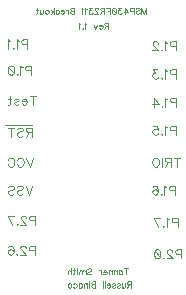
<source format=gbo>
G04 DipTrace 3.1.0.1*
G04 MSP430FR2311Breakout.gbo*
%MOIN*%
G04 #@! TF.FileFunction,Legend,Bot*
G04 #@! TF.Part,Single*
%ADD33C,0.003088*%
%ADD34C,0.004632*%
%FSLAX26Y26*%
G04*
G70*
G90*
G75*
G01*
G04 BotSilk*
%LPD*%
X956074Y520769D2*
D33*
Y500673D1*
X962772Y520769D2*
X949375D1*
X931725Y514070D2*
Y500673D1*
Y511196D2*
X933626Y513120D1*
X935550Y514070D1*
X938402D1*
X940325Y513120D1*
X942226Y511196D1*
X943199Y508322D1*
Y506421D1*
X942226Y503547D1*
X940325Y501646D1*
X938402Y500673D1*
X935550D1*
X933626Y501646D1*
X931725Y503547D1*
X925550Y514070D2*
Y500673D1*
Y510246D2*
X922675Y513120D1*
X920752Y514070D1*
X917900D1*
X915977Y513120D1*
X915026Y510246D1*
Y500673D1*
X908850Y514070D2*
Y500673D1*
Y510246D2*
X905976Y513120D1*
X904053Y514070D1*
X901201D1*
X899278Y513120D1*
X898327Y510246D1*
Y500673D1*
X892151Y508322D2*
X880678D1*
Y510246D1*
X881628Y512169D1*
X882579Y513120D1*
X884502Y514070D1*
X887376D1*
X889277Y513120D1*
X891201Y511196D1*
X892151Y508322D1*
Y506421D1*
X891201Y503547D1*
X889277Y501646D1*
X887376Y500673D1*
X884502D1*
X882579Y501646D1*
X880678Y503547D1*
X874502Y514070D2*
Y500673D1*
Y508322D2*
X873529Y511196D1*
X871628Y513120D1*
X869704Y514070D1*
X866830D1*
X827817Y517895D2*
X829718Y519818D1*
X832592Y520769D1*
X836417D1*
X839291Y519818D1*
X841214Y517895D1*
Y515994D1*
X840242Y514070D1*
X839291Y513120D1*
X837390Y512169D1*
X831642Y510246D1*
X829718Y509295D1*
X828768Y508322D1*
X827817Y506421D1*
Y503547D1*
X829718Y501646D1*
X832592Y500673D1*
X836417D1*
X839291Y501646D1*
X841214Y503547D1*
X821641Y514070D2*
Y500673D1*
Y510246D2*
X818767Y513120D1*
X816844Y514070D1*
X813992D1*
X812069Y513120D1*
X811118Y510246D1*
Y500673D1*
Y510246D2*
X808244Y513120D1*
X806321Y514070D1*
X803469D1*
X801545Y513120D1*
X800573Y510246D1*
Y500673D1*
X794397Y520769D2*
X793446Y519818D1*
X792473Y520769D1*
X793446Y521742D1*
X794397Y520769D1*
X793446Y514070D2*
Y500673D1*
X783424Y520769D2*
Y504498D1*
X782473Y501646D1*
X780550Y500673D1*
X778648D1*
X786298Y514070D2*
X779599D1*
X772473Y520769D2*
Y500673D1*
Y510246D2*
X769599Y513120D1*
X767675Y514070D1*
X764801D1*
X762900Y513120D1*
X761949Y510246D1*
Y500673D1*
X1007819Y1369332D2*
Y1389428D1*
X1015469Y1369332D1*
X1023118Y1389428D1*
Y1369332D1*
X988246Y1386554D2*
X990148Y1388477D1*
X993022Y1389428D1*
X996846D1*
X999720Y1388477D1*
X1001644Y1386554D1*
Y1384653D1*
X1000671Y1382729D1*
X999720Y1381779D1*
X997819Y1380828D1*
X992071Y1378904D1*
X990148Y1377954D1*
X989197Y1376981D1*
X988246Y1375080D1*
Y1372206D1*
X990148Y1370305D1*
X993022Y1369332D1*
X996846D1*
X999720Y1370305D1*
X1001644Y1372206D1*
X982071Y1378904D2*
X973449D1*
X970597Y1379855D1*
X969624Y1380828D1*
X968673Y1382729D1*
Y1385603D1*
X969624Y1387504D1*
X970597Y1388477D1*
X973449Y1389428D1*
X982071D1*
Y1369332D1*
X952925D2*
Y1389406D1*
X962498Y1376030D1*
X948150D1*
X940051Y1389406D2*
X929549D1*
X935275Y1381756D1*
X932401D1*
X930500Y1380806D1*
X929549Y1379855D1*
X928577Y1376981D1*
Y1375080D1*
X929549Y1372206D1*
X931451Y1370282D1*
X934325Y1369332D1*
X937199D1*
X940051Y1370282D1*
X941001Y1371255D1*
X941974Y1373156D1*
X916653Y1389406D2*
X919527Y1388455D1*
X921450Y1385581D1*
X922401Y1380806D1*
Y1377932D1*
X921450Y1373156D1*
X919527Y1370282D1*
X916653Y1369332D1*
X914752D1*
X911878Y1370282D1*
X909976Y1373156D1*
X909004Y1377932D1*
Y1380806D1*
X909976Y1385581D1*
X911878Y1388455D1*
X914752Y1389406D1*
X916653D1*
X909976Y1385581D2*
X921450Y1373156D1*
X890381Y1389428D2*
X902828D1*
Y1369332D1*
Y1379855D2*
X895179D1*
X884205D2*
X875606D1*
X872731Y1380828D1*
X871759Y1381779D1*
X870808Y1383680D1*
Y1385603D1*
X871759Y1387504D1*
X872731Y1388477D1*
X875606Y1389428D1*
X884205D1*
Y1369332D1*
X877507Y1379855D2*
X870808Y1369332D1*
X863660Y1384630D2*
Y1385581D1*
X862709Y1387504D1*
X861758Y1388455D1*
X859835Y1389406D1*
X856010D1*
X854109Y1388455D1*
X853158Y1387504D1*
X852186Y1385581D1*
Y1383680D1*
X853158Y1381756D1*
X855060Y1378904D1*
X864632Y1369332D1*
X851235D1*
X843136Y1389406D2*
X832635D1*
X838361Y1381756D1*
X835487D1*
X833585Y1380806D1*
X832635Y1379855D1*
X831662Y1376981D1*
Y1375080D1*
X832635Y1372206D1*
X834536Y1370282D1*
X837410Y1369332D1*
X840284D1*
X843136Y1370282D1*
X844087Y1371255D1*
X845059Y1373156D1*
X825486Y1385581D2*
X823563Y1386554D1*
X820689Y1389406D1*
Y1369332D1*
X814513Y1385581D2*
X812590Y1386554D1*
X809716Y1389406D1*
Y1369332D1*
X784100Y1389428D2*
Y1369332D1*
X775478D1*
X772604Y1370305D1*
X771653Y1371255D1*
X770702Y1373156D1*
Y1376030D1*
X771653Y1377954D1*
X772604Y1378904D1*
X775478Y1379855D1*
X772604Y1380828D1*
X771653Y1381779D1*
X770702Y1383680D1*
Y1385603D1*
X771653Y1387504D1*
X772604Y1388477D1*
X775478Y1389428D1*
X784100D1*
Y1379855D2*
X775478D1*
X764527Y1382729D2*
Y1369332D1*
Y1376981D2*
X763554Y1379855D1*
X761653Y1381779D1*
X759729Y1382729D1*
X756855D1*
X750680Y1376981D2*
X739206D1*
Y1378904D1*
X740156Y1380828D1*
X741107Y1381779D1*
X743030Y1382729D1*
X745904D1*
X747806Y1381779D1*
X749729Y1379855D1*
X750680Y1376981D1*
Y1375080D1*
X749729Y1372206D1*
X747806Y1370305D1*
X745904Y1369332D1*
X743030D1*
X741107Y1370305D1*
X739206Y1372206D1*
X721556Y1382729D2*
Y1369332D1*
Y1379855D2*
X723457Y1381779D1*
X725381Y1382729D1*
X728233D1*
X730156Y1381779D1*
X732057Y1379855D1*
X733030Y1376981D1*
Y1375080D1*
X732057Y1372206D1*
X730156Y1370305D1*
X728233Y1369332D1*
X725381D1*
X723457Y1370305D1*
X721556Y1372206D1*
X715380Y1389428D2*
Y1369332D1*
X705808Y1382729D2*
X715380Y1373156D1*
X711556Y1376981D2*
X704857Y1369332D1*
X693906Y1382729D2*
X695807Y1381779D1*
X697731Y1379855D1*
X698681Y1376981D1*
Y1375080D1*
X697731Y1372206D1*
X695807Y1370305D1*
X693906Y1369332D1*
X691032D1*
X689109Y1370305D1*
X687207Y1372206D1*
X686235Y1375080D1*
Y1376981D1*
X687207Y1379855D1*
X689109Y1381779D1*
X691032Y1382729D1*
X693906D1*
X680059D2*
Y1373156D1*
X679108Y1370305D1*
X677185Y1369332D1*
X674311D1*
X672410Y1370305D1*
X669536Y1373156D1*
Y1382729D2*
Y1369332D1*
X660486Y1389428D2*
Y1373156D1*
X659535Y1370305D1*
X657612Y1369332D1*
X655711D1*
X663360Y1382729D2*
X656661D1*
X897628Y1329860D2*
X889028D1*
X886154Y1330833D1*
X885181Y1331784D1*
X884230Y1333685D1*
Y1335608D1*
X885181Y1337510D1*
X886154Y1338482D1*
X889028Y1339433D1*
X897628D1*
Y1319337D1*
X890929Y1329860D2*
X884230Y1319337D1*
X878055Y1326986D2*
X866581D1*
Y1328910D1*
X867531Y1330833D1*
X868482Y1331784D1*
X870405Y1332734D1*
X873279D1*
X875181Y1331784D1*
X877104Y1329860D1*
X878055Y1326986D1*
Y1325085D1*
X877104Y1322211D1*
X875181Y1320310D1*
X873279Y1319337D1*
X870405D1*
X868482Y1320310D1*
X866581Y1322211D1*
X860405Y1332734D2*
X854657Y1319337D1*
X848931Y1332734D1*
X823315Y1335586D2*
X821392Y1336559D1*
X818518Y1339411D1*
Y1319337D1*
X811391Y1321260D2*
X812342Y1320288D1*
X811391Y1319337D1*
X810419Y1320288D1*
X811391Y1321260D1*
X804243Y1335586D2*
X802320Y1336559D1*
X799445Y1339411D1*
Y1319337D1*
X627906Y1267945D2*
D34*
X614973D1*
X610695Y1269371D1*
X609236Y1270830D1*
X607810Y1273682D1*
Y1277993D1*
X609236Y1280845D1*
X610695Y1282304D1*
X614973Y1283730D1*
X627906D1*
Y1253586D1*
X598547Y1277960D2*
X595662Y1279419D1*
X591351Y1283697D1*
Y1253586D1*
X580661Y1256471D2*
X582087Y1255012D1*
X580661Y1253586D1*
X579202Y1255012D1*
X580661Y1256471D1*
X569938Y1277960D2*
X567053Y1279419D1*
X562742Y1283697D1*
Y1253586D1*
X640806Y1180455D2*
X627873D1*
X623595Y1181880D1*
X622136Y1183340D1*
X620710Y1186191D1*
Y1190503D1*
X622136Y1193354D1*
X623595Y1194814D1*
X627873Y1196239D1*
X640806D1*
Y1166095D1*
X611447Y1190469D2*
X608562Y1191928D1*
X604251Y1196206D1*
Y1166095D1*
X593561Y1168981D2*
X594987Y1167521D1*
X593561Y1166095D1*
X592102Y1167521D1*
X593561Y1168981D1*
X574216Y1196206D2*
X578527Y1194780D1*
X581412Y1190469D1*
X582838Y1183306D1*
Y1178995D1*
X581412Y1171832D1*
X578527Y1167521D1*
X574216Y1166095D1*
X571364D1*
X567053Y1167521D1*
X564202Y1171832D1*
X562742Y1178995D1*
Y1183306D1*
X564202Y1190469D1*
X567053Y1194780D1*
X571364Y1196206D1*
X574216D1*
X564202Y1190469D2*
X581412Y1171832D1*
X645051Y1096250D2*
Y1066106D1*
X655099Y1096250D2*
X635003D1*
X625739Y1077580D2*
X608528D1*
Y1080465D1*
X609954Y1083350D1*
X611380Y1084776D1*
X614265Y1086202D1*
X618576D1*
X621428Y1084776D1*
X624313Y1081891D1*
X625739Y1077580D1*
Y1074728D1*
X624313Y1070417D1*
X621428Y1067565D1*
X618576Y1066106D1*
X614265D1*
X611380Y1067565D1*
X608528Y1070417D1*
X583480Y1081891D2*
X584906Y1084776D1*
X589217Y1086202D1*
X593528D1*
X597839Y1084776D1*
X599265Y1081891D1*
X597839Y1079039D1*
X594954Y1077580D1*
X587791Y1076154D1*
X584906Y1074728D1*
X583480Y1071843D1*
Y1070417D1*
X584906Y1067565D1*
X589217Y1066106D1*
X593528D1*
X597839Y1067565D1*
X599265Y1070417D1*
X569905Y1096250D2*
Y1071843D1*
X568479Y1067565D1*
X565594Y1066106D1*
X562742D1*
X574216Y1086202D2*
X564168D1*
X641557Y975652D2*
X628658D1*
X624347Y977111D1*
X622887Y978537D1*
X621461Y981389D1*
Y984274D1*
X622887Y987126D1*
X624347Y988585D1*
X628658Y990011D1*
X641557D1*
Y959867D1*
X631509Y975652D2*
X621461Y959867D1*
X592102Y985700D2*
X594954Y988585D1*
X599265Y990011D1*
X605002D1*
X609313Y988585D1*
X612198Y985700D1*
Y982848D1*
X610739Y979963D1*
X609313Y978537D1*
X606461Y977111D1*
X597839Y974226D1*
X594954Y972800D1*
X593528Y971341D1*
X592102Y968489D1*
Y964178D1*
X594954Y961326D1*
X599265Y959867D1*
X605002D1*
X609313Y961326D1*
X612198Y964178D1*
X572790Y990011D2*
Y959867D1*
X582838Y990011D2*
X562742D1*
X641557Y997870D2*
X553479D1*
X647261Y890022D2*
X635787Y859878D1*
X624313Y890022D1*
X593528Y882859D2*
X594954Y885711D1*
X597839Y888596D1*
X600691Y890022D1*
X606428D1*
X609313Y888596D1*
X612165Y885711D1*
X613624Y882859D1*
X615050Y878548D1*
Y871352D1*
X613624Y867074D1*
X612165Y864189D1*
X609313Y861337D1*
X606428Y859878D1*
X600691D1*
X597839Y861337D1*
X594954Y864189D1*
X593528Y867074D1*
X562742Y882859D2*
X564168Y885711D1*
X567053Y888596D1*
X569905Y890022D1*
X575642D1*
X578527Y888596D1*
X581379Y885711D1*
X582838Y882859D1*
X584264Y878548D1*
Y871352D1*
X582838Y867074D1*
X581379Y864189D1*
X578527Y861337D1*
X575642Y859878D1*
X569905D1*
X567053Y861337D1*
X564168Y864189D1*
X562742Y867074D1*
X644409Y796281D2*
X632935Y766137D1*
X621461Y796281D1*
X592102Y791970D2*
X594954Y794856D1*
X599265Y796281D1*
X605002D1*
X609313Y794856D1*
X612198Y791970D1*
Y789119D1*
X610739Y786233D1*
X609313Y784808D1*
X606461Y783382D1*
X597839Y780496D1*
X594954Y779071D1*
X593528Y777611D1*
X592102Y774760D1*
Y770448D1*
X594954Y767597D1*
X599265Y766137D1*
X605002D1*
X609313Y767597D1*
X612198Y770448D1*
X562742Y791970D2*
X565594Y794856D1*
X569905Y796281D1*
X575642D1*
X579953Y794856D1*
X582838Y791970D1*
Y789119D1*
X581379Y786233D1*
X579953Y784808D1*
X577101Y783382D1*
X568479Y780496D1*
X565594Y779071D1*
X564168Y777611D1*
X562742Y774760D1*
Y770448D1*
X565594Y767597D1*
X569905Y766137D1*
X575642D1*
X579953Y767597D1*
X582838Y770448D1*
X653706Y680507D2*
X640773D1*
X636495Y681933D1*
X635036Y683392D1*
X633610Y686244D1*
Y690555D1*
X635036Y693407D1*
X636495Y694866D1*
X640773Y696292D1*
X653706D1*
Y666148D1*
X622887Y689096D2*
Y690522D1*
X621461Y693407D1*
X620036Y694833D1*
X617150Y696259D1*
X611413D1*
X608562Y694833D1*
X607136Y693407D1*
X605677Y690522D1*
Y687670D1*
X607136Y684785D1*
X609988Y680507D1*
X624347Y666148D1*
X604251D1*
X593561Y669033D2*
X594987Y667574D1*
X593561Y666148D1*
X592102Y667574D1*
X593561Y669033D1*
X577101Y666148D2*
X562742Y696259D1*
X582838D1*
X652247Y580517D2*
X639314D1*
X635036Y581943D1*
X633577Y583403D1*
X632151Y586254D1*
Y590565D1*
X633577Y593417D1*
X635036Y594877D1*
X639314Y596302D1*
X652247D1*
Y566158D1*
X621428Y589106D2*
Y590532D1*
X620002Y593417D1*
X618576Y594843D1*
X615691Y596269D1*
X609954D1*
X607102Y594843D1*
X605677Y593417D1*
X604217Y590532D1*
Y587680D1*
X605677Y584795D1*
X608528Y580517D1*
X622887Y566158D1*
X602791D1*
X592102Y569044D2*
X593528Y567584D1*
X592102Y566158D1*
X590643Y567584D1*
X592102Y569044D1*
X564168Y591991D2*
X565594Y594843D1*
X569905Y596269D1*
X572757D1*
X577068Y594843D1*
X579953Y590532D1*
X581379Y583369D1*
Y576206D1*
X579953Y570469D1*
X577068Y567584D1*
X572757Y566158D1*
X571331D1*
X567053Y567584D1*
X564168Y570469D1*
X562742Y574781D1*
Y576206D1*
X564168Y580517D1*
X567053Y583369D1*
X571331Y584795D1*
X572757D1*
X577068Y583369D1*
X579953Y580517D1*
X581379Y576206D1*
X1122006Y1261696D2*
X1109073D1*
X1104795Y1263122D1*
X1103336Y1264581D1*
X1101910Y1267433D1*
Y1271744D1*
X1103336Y1274596D1*
X1104795Y1276055D1*
X1109073Y1277481D1*
X1122006D1*
Y1247337D1*
X1092646Y1271711D2*
X1089761Y1273170D1*
X1085450Y1277448D1*
Y1247337D1*
X1074761Y1250222D2*
X1076186Y1248763D1*
X1074761Y1247337D1*
X1073301Y1248763D1*
X1074761Y1250222D1*
X1062579Y1270285D2*
Y1271711D1*
X1061153Y1274596D1*
X1059727Y1276022D1*
X1056842Y1277448D1*
X1051105D1*
X1048253Y1276022D1*
X1046827Y1274596D1*
X1045368Y1271711D1*
Y1268859D1*
X1046827Y1265974D1*
X1049679Y1261696D1*
X1064038Y1247337D1*
X1043942D1*
X1122006Y1167956D2*
X1109073D1*
X1104795Y1169382D1*
X1103336Y1170841D1*
X1101910Y1173693D1*
Y1178004D1*
X1103336Y1180856D1*
X1104795Y1182315D1*
X1109073Y1183741D1*
X1122006D1*
Y1153597D1*
X1092646Y1177971D2*
X1089761Y1179430D1*
X1085450Y1183708D1*
Y1153597D1*
X1074761Y1156482D2*
X1076186Y1155023D1*
X1074761Y1153597D1*
X1073301Y1155023D1*
X1074761Y1156482D1*
X1061153Y1183708D2*
X1045401D1*
X1053990Y1172234D1*
X1049679D1*
X1046827Y1170808D1*
X1045401Y1169382D1*
X1043942Y1165071D1*
Y1162219D1*
X1045401Y1157908D1*
X1048253Y1155023D1*
X1052564Y1153597D1*
X1056875D1*
X1061153Y1155023D1*
X1062579Y1156482D1*
X1064038Y1159334D1*
X1123432Y1074216D2*
X1110499D1*
X1106221Y1075642D1*
X1104762Y1077101D1*
X1103336Y1079953D1*
Y1084264D1*
X1104762Y1087116D1*
X1106221Y1088575D1*
X1110499Y1090001D1*
X1123432D1*
Y1059857D1*
X1094072Y1084230D2*
X1091187Y1085690D1*
X1086876Y1089967D1*
Y1059857D1*
X1076186Y1062742D2*
X1077612Y1061283D1*
X1076186Y1059857D1*
X1074727Y1061283D1*
X1076186Y1062742D1*
X1051105Y1059857D2*
Y1089967D1*
X1065464Y1069905D1*
X1043942D1*
X1122006Y980476D2*
X1109073D1*
X1104795Y981901D1*
X1103336Y983361D1*
X1101910Y986212D1*
Y990524D1*
X1103336Y993375D1*
X1104795Y994835D1*
X1109073Y996260D1*
X1122006D1*
Y966116D1*
X1092646Y990490D2*
X1089761Y991949D1*
X1085450Y996227D1*
Y966116D1*
X1074761Y969002D2*
X1076186Y967542D1*
X1074761Y966116D1*
X1073301Y967542D1*
X1074761Y969002D1*
X1046827Y996227D2*
X1061153D1*
X1062579Y983327D1*
X1061153Y984753D1*
X1056842Y986212D1*
X1052564D1*
X1048253Y984753D1*
X1045368Y981901D1*
X1043942Y977590D1*
Y974739D1*
X1045368Y970428D1*
X1048253Y967542D1*
X1052564Y966116D1*
X1056842D1*
X1061153Y967542D1*
X1062579Y969002D1*
X1064038Y971853D1*
X1124824Y890022D2*
Y859878D1*
X1134872Y890022D2*
X1114776D1*
X1105513Y875663D2*
X1092613D1*
X1088302Y877122D1*
X1086843Y878548D1*
X1085417Y881400D1*
Y884285D1*
X1086843Y887137D1*
X1088302Y888596D1*
X1092613Y890022D1*
X1105513D1*
Y859878D1*
X1095465Y875663D2*
X1085417Y859878D1*
X1076153Y890022D2*
Y859878D1*
X1058268Y890022D2*
X1061153Y888596D1*
X1064005Y885711D1*
X1065464Y882859D1*
X1066890Y878548D1*
Y871352D1*
X1065464Y867074D1*
X1064005Y864189D1*
X1061153Y861337D1*
X1058268Y859878D1*
X1052531D1*
X1049679Y861337D1*
X1046794Y864189D1*
X1045368Y867074D1*
X1043942Y871352D1*
Y878548D1*
X1045368Y882859D1*
X1046794Y885711D1*
X1049679Y888596D1*
X1052531Y890022D1*
X1058268D1*
X1120547Y780496D2*
X1107613D1*
X1103336Y781922D1*
X1101877Y783382D1*
X1100451Y786233D1*
Y790545D1*
X1101877Y793396D1*
X1103336Y794856D1*
X1107613Y796281D1*
X1120547D1*
Y766137D1*
X1091187Y790511D2*
X1088302Y791970D1*
X1083991Y796248D1*
Y766137D1*
X1073301Y769023D2*
X1074727Y767563D1*
X1073301Y766137D1*
X1071842Y767563D1*
X1073301Y769023D1*
X1045368Y791970D2*
X1046794Y794822D1*
X1051105Y796248D1*
X1053957D1*
X1058268Y794822D1*
X1061153Y790511D1*
X1062579Y783348D1*
Y776185D1*
X1061153Y770448D1*
X1058268Y767563D1*
X1053957Y766137D1*
X1052531D1*
X1048253Y767563D1*
X1045368Y770448D1*
X1043942Y774760D1*
Y776185D1*
X1045368Y780496D1*
X1048253Y783348D1*
X1052531Y784774D1*
X1053957D1*
X1058268Y783348D1*
X1061153Y780496D1*
X1062579Y776185D1*
X1128255Y674258D2*
X1115322D1*
X1111044Y675684D1*
X1109585Y677143D1*
X1108159Y679995D1*
Y684306D1*
X1109585Y687158D1*
X1111044Y688617D1*
X1115322Y690043D1*
X1128255D1*
Y659899D1*
X1098895Y684272D2*
X1096010Y685732D1*
X1091699Y690009D1*
Y659899D1*
X1081010Y662784D2*
X1082436Y661325D1*
X1081010Y659899D1*
X1079551Y661325D1*
X1081010Y662784D1*
X1064550Y659899D2*
X1050191Y690009D1*
X1070287D1*
X1141155Y568019D2*
X1128222D1*
X1123944Y569445D1*
X1122485Y570904D1*
X1121059Y573756D1*
Y578067D1*
X1122485Y580919D1*
X1123944Y582378D1*
X1128222Y583804D1*
X1141155D1*
Y553660D1*
X1110336Y576608D2*
Y578034D1*
X1108910Y580919D1*
X1107484Y582345D1*
X1104599Y583771D1*
X1098862D1*
X1096010Y582345D1*
X1094584Y580919D1*
X1093125Y578034D1*
Y575182D1*
X1094584Y572297D1*
X1097436Y568019D1*
X1111795Y553660D1*
X1091699D1*
X1081010Y556545D2*
X1082436Y555086D1*
X1081010Y553660D1*
X1079551Y555086D1*
X1081010Y556545D1*
X1061665Y583771D2*
X1065976Y582345D1*
X1068861Y578034D1*
X1070287Y570871D1*
Y566560D1*
X1068861Y559397D1*
X1065976Y555086D1*
X1061665Y553660D1*
X1058813D1*
X1054502Y555086D1*
X1051650Y559397D1*
X1050191Y566560D1*
Y570871D1*
X1051650Y578034D1*
X1054502Y582345D1*
X1058813Y583771D1*
X1061665D1*
X1051650Y578034D2*
X1068861Y559397D1*
X973200Y467451D2*
D33*
X964600D1*
X961726Y468424D1*
X960754Y469374D1*
X959803Y471276D1*
Y473199D1*
X960754Y475100D1*
X961726Y476073D1*
X964600Y477024D1*
X973200D1*
Y456928D1*
X966502Y467451D2*
X959803Y456928D1*
X953627Y470325D2*
Y460752D1*
X952677Y457900D1*
X950753Y456928D1*
X947879D1*
X945978Y457900D1*
X943104Y460752D1*
Y470325D2*
Y456928D1*
X926405Y467451D2*
X927355Y469374D1*
X930229Y470325D1*
X933104D1*
X935978Y469374D1*
X936928Y467451D1*
X935978Y465550D1*
X934054Y464577D1*
X929279Y463626D1*
X927355Y462676D1*
X926405Y460752D1*
Y459802D1*
X927355Y457900D1*
X930229Y456928D1*
X933104D1*
X935978Y457900D1*
X936928Y459802D1*
X909706Y467451D2*
X910656Y469374D1*
X913530Y470325D1*
X916404D1*
X919279Y469374D1*
X920229Y467451D1*
X919279Y465550D1*
X917355Y464577D1*
X912580Y463626D1*
X910656Y462676D1*
X909706Y460752D1*
Y459802D1*
X910656Y457900D1*
X913530Y456928D1*
X916404D1*
X919279Y457900D1*
X920229Y459802D1*
X903530Y464577D2*
X892056D1*
Y466500D1*
X893007Y468424D1*
X893957Y469374D1*
X895881Y470325D1*
X898755D1*
X900656Y469374D1*
X902579Y467451D1*
X903530Y464577D1*
Y462676D1*
X902579Y459802D1*
X900656Y457900D1*
X898755Y456928D1*
X895881D1*
X893957Y457900D1*
X892056Y459802D1*
X885880Y477024D2*
Y456928D1*
X879705Y477024D2*
Y456928D1*
X854089Y477024D2*
Y456928D1*
X845467D1*
X842593Y457900D1*
X841642Y458851D1*
X840691Y460752D1*
Y463626D1*
X841642Y465550D1*
X842593Y466500D1*
X845467Y467451D1*
X842593Y468424D1*
X841642Y469374D1*
X840691Y471276D1*
Y473199D1*
X841642Y475100D1*
X842593Y476073D1*
X845467Y477024D1*
X854089D1*
Y467451D2*
X845467D1*
X834516Y477024D2*
X833565Y476073D1*
X832592Y477024D1*
X833565Y477996D1*
X834516Y477024D1*
X833565Y470325D2*
Y456928D1*
X826417Y470325D2*
Y456928D1*
Y466500D2*
X823543Y469374D1*
X821619Y470325D1*
X818767D1*
X816844Y469374D1*
X815893Y466500D1*
Y456928D1*
X798244Y470325D2*
Y456928D1*
Y467451D2*
X800145Y469374D1*
X802068Y470325D1*
X804920D1*
X806844Y469374D1*
X808745Y467451D1*
X809718Y464577D1*
Y462676D1*
X808745Y459802D1*
X806844Y457900D1*
X804920Y456928D1*
X802068D1*
X800145Y457900D1*
X798244Y459802D1*
X780572Y467451D2*
X782495Y469374D1*
X784419Y470325D1*
X787271D1*
X789194Y469374D1*
X791095Y467451D1*
X792068Y464577D1*
Y462676D1*
X791095Y459802D1*
X789194Y457900D1*
X787271Y456928D1*
X784419D1*
X782495Y457900D1*
X780572Y459802D1*
X769621Y470325D2*
X771522Y469374D1*
X773445Y467451D1*
X774396Y464577D1*
Y462676D1*
X773445Y459802D1*
X771522Y457900D1*
X769621Y456928D1*
X766747D1*
X764823Y457900D1*
X762922Y459802D1*
X761949Y462676D1*
Y464577D1*
X762922Y467451D1*
X764823Y469374D1*
X766747Y470325D1*
X769621D1*
M02*

</source>
